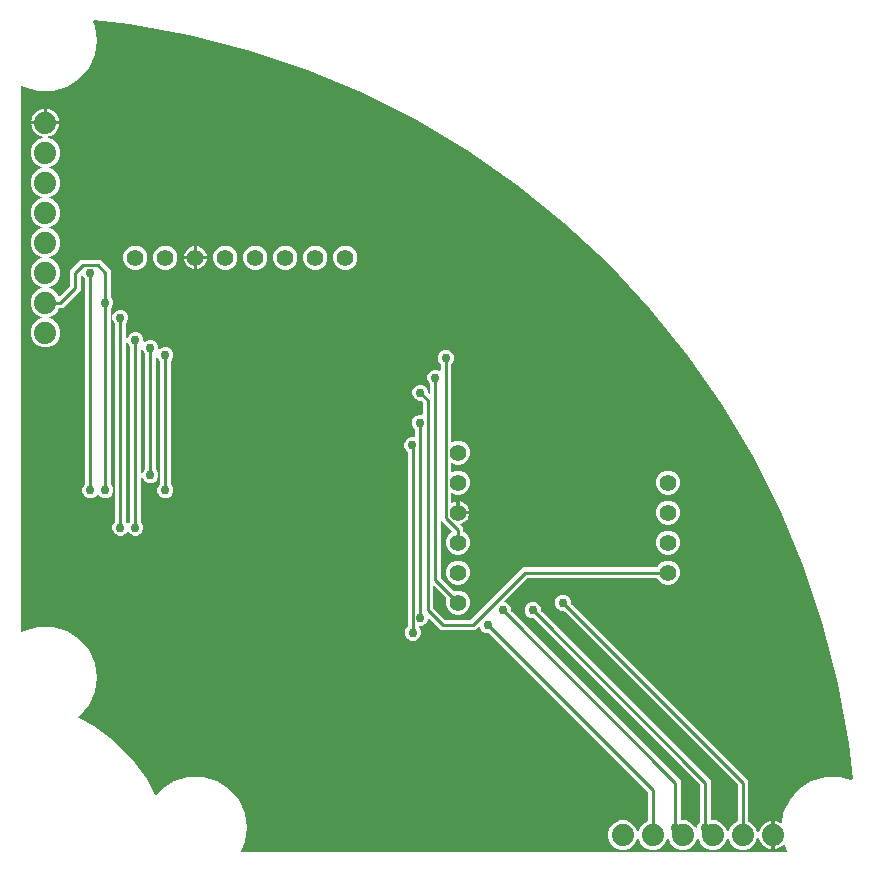
<source format=gbl>
G04 EAGLE Gerber RS-274X export*
G75*
%MOMM*%
%FSLAX34Y34*%
%LPD*%
%INBottom Copper*%
%IPPOS*%
%AMOC8*
5,1,8,0,0,1.08239X$1,22.5*%
G01*
%ADD10C,1.422400*%
%ADD11C,1.879600*%
%ADD12C,0.756400*%
%ADD13C,0.254000*%

G36*
X659977Y17661D02*
X659977Y17661D01*
X660037Y17661D01*
X660098Y17681D01*
X660161Y17692D01*
X660214Y17719D01*
X660270Y17738D01*
X660322Y17777D01*
X660379Y17807D01*
X660420Y17850D01*
X660467Y17885D01*
X660504Y17938D01*
X660548Y17985D01*
X660573Y18039D01*
X660607Y18088D01*
X660625Y18150D01*
X660652Y18208D01*
X660658Y18267D01*
X660675Y18324D01*
X660672Y18389D01*
X660679Y18453D01*
X660666Y18511D01*
X660663Y18570D01*
X660633Y18661D01*
X660627Y18693D01*
X660619Y18706D01*
X660611Y18729D01*
X658306Y23778D01*
X658287Y23805D01*
X658276Y23835D01*
X658219Y23906D01*
X658169Y23982D01*
X658143Y24002D01*
X658123Y24027D01*
X658046Y24076D01*
X657974Y24132D01*
X657943Y24142D01*
X657916Y24160D01*
X657827Y24182D01*
X657741Y24212D01*
X657709Y24212D01*
X657677Y24220D01*
X657586Y24213D01*
X657495Y24213D01*
X657464Y24203D01*
X657432Y24201D01*
X657348Y24165D01*
X657261Y24136D01*
X657235Y24117D01*
X657206Y24104D01*
X657075Y24000D01*
X656100Y23025D01*
X654579Y21920D01*
X652905Y21067D01*
X651118Y20486D01*
X649846Y20285D01*
X649846Y31369D01*
X649843Y31383D01*
X649844Y31394D01*
X649843Y31399D01*
X649844Y31408D01*
X649822Y31510D01*
X649806Y31612D01*
X649796Y31629D01*
X649792Y31649D01*
X649739Y31738D01*
X649691Y31829D01*
X649676Y31843D01*
X649666Y31860D01*
X649587Y31927D01*
X649512Y31998D01*
X649494Y32007D01*
X649479Y32020D01*
X649383Y32059D01*
X649289Y32102D01*
X649270Y32104D01*
X649251Y32112D01*
X649084Y32130D01*
X647560Y32130D01*
X647541Y32127D01*
X647521Y32129D01*
X647420Y32107D01*
X647318Y32090D01*
X647300Y32081D01*
X647281Y32077D01*
X647191Y32024D01*
X647100Y31975D01*
X647087Y31961D01*
X647069Y31951D01*
X647002Y31872D01*
X646931Y31797D01*
X646922Y31779D01*
X646909Y31764D01*
X646871Y31668D01*
X646827Y31574D01*
X646825Y31554D01*
X646818Y31536D01*
X646799Y31369D01*
X646799Y20285D01*
X645527Y20486D01*
X643739Y21067D01*
X642065Y21920D01*
X640545Y23025D01*
X639216Y24353D01*
X638111Y25874D01*
X637258Y27548D01*
X636682Y29323D01*
X636674Y29338D01*
X636671Y29350D01*
X636644Y29397D01*
X636635Y29413D01*
X636594Y29505D01*
X636579Y29521D01*
X636569Y29541D01*
X636496Y29612D01*
X636428Y29686D01*
X636408Y29697D01*
X636392Y29712D01*
X636301Y29756D01*
X636212Y29805D01*
X636190Y29809D01*
X636170Y29818D01*
X636070Y29830D01*
X635970Y29848D01*
X635948Y29845D01*
X635926Y29848D01*
X635827Y29827D01*
X635727Y29813D01*
X635707Y29803D01*
X635685Y29798D01*
X635598Y29747D01*
X635508Y29701D01*
X635492Y29685D01*
X635473Y29674D01*
X635406Y29598D01*
X635335Y29526D01*
X635322Y29501D01*
X635311Y29489D01*
X635299Y29459D01*
X635254Y29379D01*
X633474Y25081D01*
X629973Y21579D01*
X625398Y19684D01*
X620447Y19684D01*
X615872Y21579D01*
X612370Y25081D01*
X610926Y28569D01*
X610888Y28630D01*
X610859Y28695D01*
X610823Y28734D01*
X610796Y28778D01*
X610741Y28824D01*
X610692Y28876D01*
X610647Y28901D01*
X610606Y28935D01*
X610540Y28960D01*
X610477Y28995D01*
X610425Y29004D01*
X610377Y29023D01*
X610305Y29026D01*
X610235Y29039D01*
X610183Y29031D01*
X610131Y29033D01*
X610062Y29013D01*
X609991Y29003D01*
X609945Y28979D01*
X609895Y28965D01*
X609836Y28924D01*
X609772Y28891D01*
X609736Y28854D01*
X609693Y28824D01*
X609650Y28767D01*
X609600Y28716D01*
X609565Y28653D01*
X609546Y28627D01*
X609539Y28605D01*
X609519Y28569D01*
X608074Y25081D01*
X604573Y21579D01*
X599998Y19684D01*
X595047Y19684D01*
X590472Y21579D01*
X586970Y25081D01*
X585526Y28569D01*
X585488Y28630D01*
X585459Y28695D01*
X585423Y28734D01*
X585396Y28778D01*
X585341Y28824D01*
X585292Y28876D01*
X585247Y28901D01*
X585206Y28935D01*
X585140Y28960D01*
X585077Y28995D01*
X585025Y29004D01*
X584977Y29023D01*
X584905Y29026D01*
X584835Y29039D01*
X584783Y29031D01*
X584731Y29033D01*
X584662Y29013D01*
X584591Y29003D01*
X584545Y28979D01*
X584495Y28965D01*
X584436Y28924D01*
X584372Y28891D01*
X584336Y28854D01*
X584293Y28824D01*
X584250Y28767D01*
X584200Y28716D01*
X584165Y28653D01*
X584146Y28627D01*
X584139Y28605D01*
X584119Y28569D01*
X582674Y25081D01*
X579173Y21579D01*
X574598Y19684D01*
X569647Y19684D01*
X565072Y21579D01*
X561570Y25081D01*
X560126Y28569D01*
X560088Y28630D01*
X560059Y28695D01*
X560023Y28734D01*
X559996Y28778D01*
X559941Y28824D01*
X559892Y28876D01*
X559847Y28901D01*
X559806Y28935D01*
X559740Y28960D01*
X559677Y28995D01*
X559625Y29004D01*
X559577Y29023D01*
X559505Y29026D01*
X559435Y29039D01*
X559383Y29031D01*
X559331Y29033D01*
X559262Y29013D01*
X559191Y29003D01*
X559145Y28979D01*
X559095Y28965D01*
X559036Y28924D01*
X558972Y28891D01*
X558936Y28854D01*
X558893Y28824D01*
X558850Y28767D01*
X558800Y28716D01*
X558765Y28653D01*
X558746Y28627D01*
X558739Y28605D01*
X558719Y28569D01*
X557274Y25081D01*
X553773Y21579D01*
X549198Y19684D01*
X544247Y19684D01*
X539672Y21579D01*
X536170Y25081D01*
X534726Y28569D01*
X534688Y28630D01*
X534659Y28695D01*
X534623Y28734D01*
X534596Y28778D01*
X534541Y28824D01*
X534492Y28876D01*
X534447Y28901D01*
X534406Y28935D01*
X534340Y28960D01*
X534277Y28995D01*
X534225Y29004D01*
X534177Y29023D01*
X534105Y29026D01*
X534035Y29039D01*
X533983Y29031D01*
X533931Y29033D01*
X533862Y29013D01*
X533791Y29003D01*
X533745Y28979D01*
X533695Y28965D01*
X533636Y28924D01*
X533572Y28891D01*
X533536Y28854D01*
X533493Y28824D01*
X533450Y28767D01*
X533400Y28716D01*
X533365Y28653D01*
X533346Y28627D01*
X533339Y28605D01*
X533319Y28569D01*
X531874Y25081D01*
X528373Y21579D01*
X523798Y19684D01*
X518847Y19684D01*
X514272Y21579D01*
X510770Y25081D01*
X508876Y29655D01*
X508876Y34607D01*
X510770Y39182D01*
X514272Y42683D01*
X518847Y44578D01*
X523798Y44578D01*
X528373Y42683D01*
X531874Y39182D01*
X533319Y35693D01*
X533357Y35632D01*
X533386Y35567D01*
X533421Y35529D01*
X533449Y35484D01*
X533504Y35439D01*
X533552Y35386D01*
X533598Y35361D01*
X533638Y35327D01*
X533705Y35302D01*
X533768Y35267D01*
X533819Y35258D01*
X533868Y35239D01*
X533939Y35236D01*
X534010Y35224D01*
X534061Y35231D01*
X534113Y35229D01*
X534182Y35249D01*
X534253Y35259D01*
X534300Y35283D01*
X534350Y35297D01*
X534409Y35338D01*
X534472Y35371D01*
X534509Y35408D01*
X534552Y35438D01*
X534595Y35495D01*
X534645Y35546D01*
X534679Y35609D01*
X534699Y35635D01*
X534706Y35657D01*
X534726Y35693D01*
X536170Y39182D01*
X539672Y42683D01*
X541934Y43620D01*
X542034Y43682D01*
X542133Y43741D01*
X542137Y43746D01*
X542143Y43749D01*
X542218Y43840D01*
X542293Y43928D01*
X542296Y43934D01*
X542300Y43939D01*
X542341Y44047D01*
X542385Y44156D01*
X542386Y44164D01*
X542388Y44168D01*
X542388Y44187D01*
X542404Y44323D01*
X542404Y68127D01*
X542389Y68217D01*
X542382Y68308D01*
X542369Y68338D01*
X542364Y68370D01*
X542321Y68450D01*
X542285Y68534D01*
X542260Y68566D01*
X542249Y68587D01*
X542225Y68609D01*
X542181Y68665D01*
X407968Y202877D01*
X407894Y202930D01*
X407825Y202990D01*
X407795Y203002D01*
X407769Y203021D01*
X407682Y203048D01*
X407597Y203082D01*
X407556Y203086D01*
X407534Y203093D01*
X407501Y203092D01*
X407430Y203100D01*
X405664Y203100D01*
X403153Y204140D01*
X401232Y206062D01*
X400299Y208312D01*
X400275Y208351D01*
X400259Y208394D01*
X400211Y208455D01*
X400170Y208521D01*
X400134Y208550D01*
X400106Y208586D01*
X400040Y208628D01*
X399980Y208678D01*
X399938Y208694D01*
X399899Y208719D01*
X399823Y208738D01*
X399751Y208766D01*
X399705Y208768D01*
X399660Y208779D01*
X399583Y208773D01*
X399505Y208776D01*
X399461Y208764D01*
X399415Y208760D01*
X399344Y208730D01*
X399269Y208708D01*
X399231Y208682D01*
X399189Y208664D01*
X399082Y208578D01*
X399067Y208568D01*
X399064Y208564D01*
X399058Y208559D01*
X396111Y205612D01*
X367133Y205612D01*
X364381Y208365D01*
X357837Y214909D01*
X357800Y214936D01*
X357768Y214970D01*
X357700Y215007D01*
X357637Y215053D01*
X357593Y215066D01*
X357553Y215088D01*
X357476Y215102D01*
X357402Y215125D01*
X357356Y215124D01*
X357311Y215132D01*
X357234Y215121D01*
X357156Y215119D01*
X357113Y215103D01*
X357068Y215096D01*
X356998Y215061D01*
X356925Y215034D01*
X356889Y215005D01*
X356848Y214985D01*
X356794Y214929D01*
X356733Y214880D01*
X356708Y214842D01*
X356676Y214809D01*
X356610Y214689D01*
X356600Y214673D01*
X356599Y214669D01*
X356595Y214662D01*
X355663Y212412D01*
X353742Y210490D01*
X351231Y209450D01*
X349151Y209450D01*
X349080Y209439D01*
X349009Y209437D01*
X348960Y209419D01*
X348908Y209411D01*
X348845Y209377D01*
X348778Y209352D01*
X348737Y209320D01*
X348691Y209296D01*
X348641Y209244D01*
X348585Y209199D01*
X348557Y209155D01*
X348521Y209117D01*
X348491Y209052D01*
X348452Y208992D01*
X348440Y208941D01*
X348418Y208894D01*
X348410Y208823D01*
X348392Y208753D01*
X348396Y208701D01*
X348391Y208650D01*
X348406Y208579D01*
X348412Y208508D01*
X348432Y208460D01*
X348443Y208409D01*
X348480Y208348D01*
X348508Y208282D01*
X348553Y208226D01*
X348569Y208198D01*
X348587Y208183D01*
X348613Y208151D01*
X349313Y207450D01*
X350353Y204940D01*
X350353Y202222D01*
X349313Y199712D01*
X347392Y197790D01*
X344881Y196750D01*
X342164Y196750D01*
X339653Y197790D01*
X337732Y199712D01*
X336692Y202222D01*
X336692Y204940D01*
X337732Y207450D01*
X338981Y208699D01*
X339034Y208773D01*
X339093Y208843D01*
X339105Y208873D01*
X339124Y208899D01*
X339151Y208986D01*
X339185Y209071D01*
X339190Y209112D01*
X339197Y209134D01*
X339196Y209166D01*
X339204Y209238D01*
X339204Y211227D01*
X339189Y211317D01*
X339182Y211408D01*
X339169Y211438D01*
X339164Y211470D01*
X339121Y211550D01*
X339085Y211634D01*
X339060Y211666D01*
X339049Y211687D01*
X339025Y211709D01*
X338981Y211765D01*
X338978Y211768D01*
X338978Y356448D01*
X338963Y356538D01*
X338956Y356629D01*
X338943Y356659D01*
X338938Y356691D01*
X338895Y356772D01*
X338859Y356856D01*
X338834Y356888D01*
X338823Y356909D01*
X338799Y356931D01*
X338755Y356987D01*
X337280Y358462D01*
X336240Y360972D01*
X336240Y363690D01*
X337280Y366200D01*
X339201Y368122D01*
X341712Y369162D01*
X344566Y369162D01*
X344586Y369165D01*
X344606Y369163D01*
X344707Y369185D01*
X344809Y369202D01*
X344827Y369211D01*
X344846Y369215D01*
X344935Y369268D01*
X345026Y369317D01*
X345040Y369331D01*
X345057Y369341D01*
X345125Y369420D01*
X345196Y369495D01*
X345204Y369513D01*
X345217Y369528D01*
X345256Y369624D01*
X345299Y369718D01*
X345302Y369738D01*
X345309Y369756D01*
X345328Y369923D01*
X345328Y375724D01*
X345313Y375814D01*
X345306Y375905D01*
X345293Y375935D01*
X345288Y375967D01*
X345245Y376048D01*
X345209Y376132D01*
X345184Y376164D01*
X345173Y376184D01*
X345149Y376207D01*
X345105Y376263D01*
X343856Y377512D01*
X342816Y380022D01*
X342816Y382740D01*
X343856Y385250D01*
X345777Y387172D01*
X348288Y388212D01*
X351142Y388212D01*
X351162Y388215D01*
X351182Y388213D01*
X351283Y388235D01*
X351385Y388252D01*
X351403Y388261D01*
X351422Y388265D01*
X351511Y388318D01*
X351602Y388367D01*
X351616Y388381D01*
X351633Y388391D01*
X351701Y388470D01*
X351772Y388545D01*
X351780Y388563D01*
X351793Y388578D01*
X351832Y388674D01*
X351875Y388768D01*
X351878Y388788D01*
X351885Y388806D01*
X351904Y388973D01*
X351904Y398327D01*
X351889Y398417D01*
X351882Y398508D01*
X351869Y398538D01*
X351864Y398570D01*
X351821Y398650D01*
X351785Y398734D01*
X351760Y398766D01*
X351749Y398787D01*
X351725Y398809D01*
X351681Y398865D01*
X350818Y399727D01*
X350744Y399781D01*
X350675Y399840D01*
X350645Y399852D01*
X350619Y399871D01*
X350532Y399898D01*
X350447Y399932D01*
X350406Y399936D01*
X350384Y399943D01*
X350351Y399942D01*
X350280Y399950D01*
X348514Y399950D01*
X346003Y400990D01*
X344082Y402912D01*
X343042Y405422D01*
X343042Y408140D01*
X344082Y410650D01*
X346003Y412572D01*
X348514Y413612D01*
X351231Y413612D01*
X353742Y412572D01*
X355663Y410650D01*
X356703Y408140D01*
X356703Y406373D01*
X356718Y406283D01*
X356725Y406192D01*
X356738Y406162D01*
X356743Y406130D01*
X356786Y406050D01*
X356821Y405966D01*
X356847Y405934D01*
X356858Y405913D01*
X356881Y405891D01*
X356926Y405835D01*
X356954Y405807D01*
X357012Y405765D01*
X357064Y405716D01*
X357112Y405694D01*
X357154Y405663D01*
X357222Y405642D01*
X357287Y405612D01*
X357339Y405606D01*
X357389Y405591D01*
X357461Y405593D01*
X357532Y405585D01*
X357583Y405596D01*
X357635Y405597D01*
X357702Y405622D01*
X357772Y405637D01*
X357817Y405664D01*
X357866Y405682D01*
X357922Y405727D01*
X357983Y405763D01*
X358017Y405803D01*
X358058Y405836D01*
X358097Y405896D01*
X358143Y405950D01*
X358163Y405999D01*
X358191Y406042D01*
X358208Y406112D01*
X358235Y406178D01*
X358243Y406250D01*
X358251Y406281D01*
X358249Y406304D01*
X358254Y406345D01*
X358254Y413824D01*
X358239Y413914D01*
X358232Y414005D01*
X358219Y414035D01*
X358214Y414067D01*
X358171Y414148D01*
X358135Y414232D01*
X358110Y414264D01*
X358099Y414285D01*
X358075Y414307D01*
X358031Y414363D01*
X356782Y415612D01*
X355742Y418122D01*
X355742Y420840D01*
X356782Y423350D01*
X358703Y425272D01*
X361214Y426312D01*
X363931Y426312D01*
X366091Y425417D01*
X366136Y425407D01*
X366177Y425387D01*
X366255Y425379D01*
X366330Y425361D01*
X366376Y425365D01*
X366422Y425360D01*
X366498Y425377D01*
X366575Y425384D01*
X366617Y425403D01*
X366662Y425412D01*
X366729Y425452D01*
X366800Y425484D01*
X366834Y425515D01*
X366873Y425539D01*
X366924Y425598D01*
X366981Y425650D01*
X367003Y425691D01*
X367033Y425726D01*
X367062Y425798D01*
X367100Y425866D01*
X367108Y425911D01*
X367125Y425954D01*
X367140Y426090D01*
X367143Y426108D01*
X367143Y426113D01*
X367144Y426120D01*
X367144Y430334D01*
X367129Y430424D01*
X367122Y430515D01*
X367109Y430545D01*
X367104Y430577D01*
X367061Y430658D01*
X367025Y430742D01*
X367000Y430774D01*
X366989Y430794D01*
X366965Y430817D01*
X366921Y430873D01*
X365672Y432122D01*
X364632Y434632D01*
X364632Y437350D01*
X365672Y439860D01*
X367593Y441782D01*
X370104Y442822D01*
X372821Y442822D01*
X375332Y441782D01*
X377253Y439860D01*
X378293Y437350D01*
X378293Y434632D01*
X377253Y432122D01*
X376004Y430873D01*
X375951Y430799D01*
X375891Y430729D01*
X375879Y430699D01*
X375860Y430673D01*
X375834Y430586D01*
X375800Y430501D01*
X375795Y430460D01*
X375788Y430438D01*
X375789Y430406D01*
X375781Y430334D01*
X375781Y365699D01*
X375788Y365653D01*
X375787Y365608D01*
X375808Y365533D01*
X375821Y365456D01*
X375842Y365415D01*
X375855Y365371D01*
X375899Y365307D01*
X375936Y365239D01*
X375969Y365207D01*
X375995Y365169D01*
X376058Y365123D01*
X376114Y365069D01*
X376156Y365050D01*
X376193Y365022D01*
X376267Y364998D01*
X376337Y364966D01*
X376383Y364961D01*
X376427Y364946D01*
X376504Y364947D01*
X376582Y364938D01*
X376627Y364948D01*
X376673Y364949D01*
X376804Y364987D01*
X376822Y364991D01*
X376826Y364993D01*
X376834Y364995D01*
X379601Y366142D01*
X383643Y366142D01*
X387378Y364595D01*
X390236Y361737D01*
X391783Y358002D01*
X391783Y353960D01*
X390236Y350225D01*
X387378Y347367D01*
X383643Y345820D01*
X379601Y345820D01*
X376834Y346967D01*
X376789Y346977D01*
X376747Y346997D01*
X376670Y347005D01*
X376594Y347023D01*
X376548Y347019D01*
X376503Y347024D01*
X376427Y347007D01*
X376349Y347000D01*
X376307Y346981D01*
X376262Y346971D01*
X376196Y346931D01*
X376125Y346900D01*
X376091Y346869D01*
X376051Y346845D01*
X376001Y346786D01*
X375943Y346733D01*
X375921Y346693D01*
X375891Y346658D01*
X375862Y346586D01*
X375825Y346518D01*
X375817Y346473D01*
X375800Y346430D01*
X375784Y346294D01*
X375781Y346276D01*
X375782Y346271D01*
X375781Y346263D01*
X375781Y340299D01*
X375788Y340253D01*
X375787Y340208D01*
X375808Y340133D01*
X375821Y340056D01*
X375842Y340015D01*
X375855Y339971D01*
X375899Y339907D01*
X375936Y339839D01*
X375969Y339807D01*
X375995Y339769D01*
X376058Y339723D01*
X376114Y339669D01*
X376156Y339650D01*
X376193Y339622D01*
X376267Y339598D01*
X376337Y339566D01*
X376383Y339561D01*
X376427Y339546D01*
X376504Y339547D01*
X376582Y339538D01*
X376627Y339548D01*
X376673Y339549D01*
X376804Y339587D01*
X376822Y339591D01*
X376826Y339593D01*
X376834Y339595D01*
X379601Y340742D01*
X383643Y340742D01*
X387378Y339195D01*
X390236Y336337D01*
X391783Y332602D01*
X391783Y328560D01*
X390236Y324825D01*
X387378Y321967D01*
X383643Y320420D01*
X379601Y320420D01*
X376834Y321567D01*
X376789Y321577D01*
X376747Y321597D01*
X376670Y321605D01*
X376594Y321623D01*
X376548Y321619D01*
X376503Y321624D01*
X376427Y321607D01*
X376349Y321600D01*
X376307Y321581D01*
X376262Y321571D01*
X376196Y321531D01*
X376125Y321500D01*
X376091Y321469D01*
X376051Y321445D01*
X376001Y321386D01*
X375943Y321333D01*
X375921Y321293D01*
X375891Y321258D01*
X375862Y321186D01*
X375825Y321118D01*
X375817Y321073D01*
X375800Y321030D01*
X375784Y320894D01*
X375781Y320876D01*
X375782Y320871D01*
X375781Y320863D01*
X375781Y314281D01*
X375793Y314206D01*
X375796Y314130D01*
X375813Y314085D01*
X375821Y314038D01*
X375856Y313971D01*
X375883Y313900D01*
X375913Y313863D01*
X375936Y313820D01*
X375991Y313768D01*
X376039Y313710D01*
X376079Y313684D01*
X376114Y313651D01*
X376183Y313619D01*
X376247Y313579D01*
X376294Y313568D01*
X376337Y313547D01*
X376412Y313539D01*
X376486Y313521D01*
X376534Y313526D01*
X376582Y313520D01*
X376656Y313536D01*
X376731Y313543D01*
X376792Y313566D01*
X376822Y313573D01*
X376844Y313586D01*
X376888Y313602D01*
X377917Y314127D01*
X379362Y314596D01*
X380099Y314713D01*
X380099Y305943D01*
X380102Y305924D01*
X380100Y305904D01*
X380122Y305802D01*
X380139Y305700D01*
X380148Y305683D01*
X380152Y305663D01*
X380206Y305574D01*
X380254Y305483D01*
X380268Y305469D01*
X380279Y305452D01*
X380357Y305385D01*
X380432Y305314D01*
X380450Y305305D01*
X380465Y305292D01*
X380562Y305254D01*
X380655Y305210D01*
X380675Y305208D01*
X380694Y305200D01*
X380860Y305182D01*
X381623Y305182D01*
X381623Y304419D01*
X381626Y304399D01*
X381624Y304380D01*
X381646Y304278D01*
X381663Y304176D01*
X381672Y304159D01*
X381676Y304139D01*
X381730Y304050D01*
X381778Y303959D01*
X381792Y303945D01*
X381803Y303928D01*
X381881Y303861D01*
X381956Y303790D01*
X381974Y303781D01*
X381990Y303768D01*
X382086Y303729D01*
X382179Y303686D01*
X382199Y303684D01*
X382218Y303676D01*
X382384Y303658D01*
X391154Y303658D01*
X391037Y302921D01*
X390568Y301476D01*
X389878Y300122D01*
X388985Y298893D01*
X387911Y297818D01*
X386681Y296925D01*
X385328Y296236D01*
X384229Y295879D01*
X384162Y295844D01*
X384091Y295818D01*
X384053Y295788D01*
X384011Y295766D01*
X383958Y295712D01*
X383899Y295664D01*
X383873Y295624D01*
X383839Y295589D01*
X383807Y295521D01*
X383766Y295457D01*
X383754Y295411D01*
X383733Y295367D01*
X383724Y295292D01*
X383706Y295219D01*
X383710Y295171D01*
X383704Y295123D01*
X383719Y295049D01*
X383725Y294974D01*
X383744Y294929D01*
X383754Y294882D01*
X383792Y294817D01*
X383821Y294747D01*
X383862Y294697D01*
X383878Y294670D01*
X383897Y294653D01*
X383926Y294616D01*
X385941Y292602D01*
X385941Y289499D01*
X385960Y289384D01*
X385977Y289268D01*
X385980Y289262D01*
X385981Y289256D01*
X386035Y289153D01*
X386088Y289049D01*
X386093Y289044D01*
X386096Y289039D01*
X386180Y288959D01*
X386264Y288876D01*
X386271Y288873D01*
X386274Y288869D01*
X386291Y288861D01*
X386411Y288795D01*
X387378Y288395D01*
X390236Y285537D01*
X391783Y281802D01*
X391783Y277760D01*
X390236Y274025D01*
X387378Y271167D01*
X383643Y269620D01*
X379601Y269620D01*
X375867Y271167D01*
X373008Y274025D01*
X371462Y277760D01*
X371462Y281802D01*
X373008Y285537D01*
X375867Y288395D01*
X376275Y288564D01*
X376314Y288588D01*
X376357Y288604D01*
X376418Y288653D01*
X376484Y288694D01*
X376513Y288729D01*
X376549Y288758D01*
X376591Y288823D01*
X376641Y288883D01*
X376657Y288926D01*
X376682Y288965D01*
X376701Y289040D01*
X376729Y289113D01*
X376731Y289159D01*
X376742Y289203D01*
X376736Y289281D01*
X376739Y289358D01*
X376726Y289403D01*
X376723Y289448D01*
X376692Y289520D01*
X376671Y289595D01*
X376645Y289632D01*
X376627Y289675D01*
X376541Y289781D01*
X376531Y289797D01*
X376526Y289800D01*
X376522Y289806D01*
X368191Y298137D01*
X368132Y298179D01*
X368080Y298228D01*
X368033Y298250D01*
X367991Y298280D01*
X367922Y298301D01*
X367857Y298332D01*
X367806Y298337D01*
X367756Y298353D01*
X367684Y298351D01*
X367613Y298359D01*
X367562Y298348D01*
X367510Y298346D01*
X367442Y298322D01*
X367372Y298306D01*
X367328Y298280D01*
X367279Y298262D01*
X367223Y298217D01*
X367161Y298180D01*
X367128Y298141D01*
X367087Y298108D01*
X367048Y298048D01*
X367001Y297993D01*
X366982Y297945D01*
X366954Y297901D01*
X366936Y297832D01*
X366910Y297765D01*
X366902Y297694D01*
X366894Y297663D01*
X366896Y297639D01*
X366891Y297598D01*
X366891Y250135D01*
X366906Y250045D01*
X366913Y249954D01*
X366926Y249924D01*
X366931Y249893D01*
X366974Y249812D01*
X367009Y249728D01*
X367035Y249696D01*
X367046Y249675D01*
X367069Y249653D01*
X367114Y249597D01*
X377805Y238906D01*
X377900Y238838D01*
X377993Y238768D01*
X377999Y238766D01*
X378004Y238763D01*
X378116Y238729D01*
X378227Y238692D01*
X378234Y238692D01*
X378240Y238690D01*
X378356Y238693D01*
X378473Y238695D01*
X378480Y238697D01*
X378485Y238697D01*
X378503Y238703D01*
X378634Y238741D01*
X379601Y239142D01*
X383643Y239142D01*
X387378Y237595D01*
X390236Y234737D01*
X391783Y231002D01*
X391783Y226960D01*
X390236Y223225D01*
X387378Y220367D01*
X383643Y218820D01*
X379601Y218820D01*
X375867Y220367D01*
X373008Y223225D01*
X371462Y226960D01*
X371462Y231002D01*
X371862Y231969D01*
X371889Y232083D01*
X371917Y232196D01*
X371917Y232202D01*
X371918Y232209D01*
X371907Y232325D01*
X371898Y232441D01*
X371896Y232447D01*
X371895Y232453D01*
X371847Y232561D01*
X371802Y232668D01*
X371797Y232674D01*
X371795Y232678D01*
X371782Y232692D01*
X371697Y232799D01*
X361841Y242655D01*
X361782Y242697D01*
X361730Y242746D01*
X361683Y242768D01*
X361641Y242799D01*
X361572Y242820D01*
X361507Y242850D01*
X361456Y242856D01*
X361406Y242871D01*
X361334Y242869D01*
X361263Y242877D01*
X361212Y242866D01*
X361160Y242865D01*
X361093Y242840D01*
X361022Y242825D01*
X360978Y242798D01*
X360929Y242780D01*
X360873Y242735D01*
X360811Y242699D01*
X360778Y242659D01*
X360737Y242627D01*
X360698Y242566D01*
X360651Y242512D01*
X360632Y242463D01*
X360604Y242420D01*
X360586Y242350D01*
X360560Y242284D01*
X360552Y242212D01*
X360544Y242181D01*
X360546Y242158D01*
X360541Y242117D01*
X360541Y224735D01*
X360556Y224645D01*
X360563Y224554D01*
X360576Y224524D01*
X360581Y224492D01*
X360624Y224412D01*
X360659Y224328D01*
X360685Y224296D01*
X360696Y224275D01*
X360719Y224253D01*
X360741Y224225D01*
X360744Y224221D01*
X360747Y224218D01*
X360764Y224197D01*
X370488Y214473D01*
X370562Y214420D01*
X370632Y214360D01*
X370662Y214348D01*
X370688Y214329D01*
X370775Y214302D01*
X370860Y214268D01*
X370901Y214264D01*
X370923Y214257D01*
X370955Y214258D01*
X371027Y214250D01*
X392218Y214250D01*
X392308Y214265D01*
X392399Y214272D01*
X392429Y214284D01*
X392461Y214290D01*
X392542Y214332D01*
X392625Y214368D01*
X392658Y214394D01*
X392678Y214405D01*
X392700Y214428D01*
X392756Y214473D01*
X436983Y258700D01*
X549705Y258700D01*
X549819Y258719D01*
X549936Y258736D01*
X549941Y258739D01*
X549947Y258740D01*
X550050Y258794D01*
X550155Y258847D01*
X550159Y258852D01*
X550165Y258855D01*
X550245Y258939D01*
X550327Y259023D01*
X550331Y259029D01*
X550334Y259033D01*
X550342Y259050D01*
X550408Y259170D01*
X550808Y260137D01*
X553667Y262995D01*
X557401Y264542D01*
X561443Y264542D01*
X565178Y262995D01*
X568036Y260137D01*
X569583Y256402D01*
X569583Y252360D01*
X568036Y248625D01*
X565178Y245767D01*
X561443Y244220D01*
X557401Y244220D01*
X553667Y245767D01*
X550808Y248625D01*
X550408Y249592D01*
X550346Y249692D01*
X550286Y249792D01*
X550282Y249796D01*
X550278Y249801D01*
X550189Y249876D01*
X550100Y249952D01*
X550094Y249954D01*
X550089Y249958D01*
X549981Y250000D01*
X549871Y250044D01*
X549864Y250045D01*
X549859Y250046D01*
X549841Y250047D01*
X549705Y250062D01*
X440877Y250062D01*
X440786Y250048D01*
X440696Y250040D01*
X440666Y250028D01*
X440634Y250023D01*
X440553Y249980D01*
X440469Y249944D01*
X440437Y249918D01*
X440416Y249908D01*
X440394Y249884D01*
X440338Y249839D01*
X421094Y230596D01*
X421068Y230558D01*
X421034Y230527D01*
X420996Y230459D01*
X420951Y230396D01*
X420937Y230352D01*
X420915Y230312D01*
X420901Y230235D01*
X420878Y230161D01*
X420880Y230115D01*
X420872Y230070D01*
X420883Y229993D01*
X420885Y229915D01*
X420901Y229872D01*
X420907Y229826D01*
X420943Y229757D01*
X420969Y229684D01*
X420998Y229648D01*
X421019Y229607D01*
X421074Y229553D01*
X421123Y229492D01*
X421162Y229467D01*
X421194Y229435D01*
X421314Y229369D01*
X421330Y229359D01*
X421335Y229358D01*
X421341Y229354D01*
X423592Y228422D01*
X425513Y226500D01*
X426553Y223990D01*
X426553Y222223D01*
X426568Y222133D01*
X426575Y222042D01*
X426588Y222012D01*
X426593Y221981D01*
X426636Y221900D01*
X426671Y221816D01*
X426697Y221784D01*
X426708Y221763D01*
X426731Y221741D01*
X426776Y221685D01*
X570091Y78370D01*
X570091Y45339D01*
X570094Y45319D01*
X570092Y45300D01*
X570114Y45198D01*
X570131Y45096D01*
X570140Y45079D01*
X570144Y45059D01*
X570198Y44970D01*
X570246Y44879D01*
X570260Y44865D01*
X570271Y44848D01*
X570349Y44781D01*
X570424Y44710D01*
X570442Y44701D01*
X570457Y44688D01*
X570554Y44649D01*
X570647Y44606D01*
X570667Y44604D01*
X570686Y44596D01*
X570852Y44578D01*
X574598Y44578D01*
X579173Y42683D01*
X582674Y39182D01*
X582877Y38692D01*
X582928Y38609D01*
X582974Y38523D01*
X582993Y38505D01*
X583007Y38483D01*
X583082Y38421D01*
X583152Y38354D01*
X583176Y38343D01*
X583196Y38326D01*
X583287Y38291D01*
X583375Y38250D01*
X583401Y38247D01*
X583426Y38238D01*
X583523Y38234D01*
X583620Y38223D01*
X583645Y38228D01*
X583671Y38227D01*
X583765Y38254D01*
X583860Y38275D01*
X583883Y38289D01*
X583908Y38296D01*
X583988Y38351D01*
X584071Y38401D01*
X584088Y38421D01*
X584110Y38436D01*
X584168Y38514D01*
X584231Y38588D01*
X584241Y38613D01*
X584257Y38633D01*
X584287Y38726D01*
X584323Y38816D01*
X584327Y38849D01*
X584333Y38867D01*
X584332Y38900D01*
X584342Y38983D01*
X584342Y39840D01*
X585382Y42350D01*
X586631Y43599D01*
X586684Y43673D01*
X586743Y43743D01*
X586755Y43773D01*
X586774Y43799D01*
X586801Y43886D01*
X586835Y43971D01*
X586840Y44012D01*
X586847Y44034D01*
X586846Y44066D01*
X586854Y44138D01*
X586854Y74477D01*
X586839Y74567D01*
X586832Y74658D01*
X586819Y74688D01*
X586814Y74720D01*
X586771Y74800D01*
X586735Y74884D01*
X586710Y74916D01*
X586699Y74937D01*
X586675Y74959D01*
X586631Y75015D01*
X446068Y215577D01*
X445994Y215630D01*
X445925Y215690D01*
X445895Y215702D01*
X445869Y215721D01*
X445782Y215748D01*
X445697Y215782D01*
X445656Y215786D01*
X445634Y215793D01*
X445601Y215792D01*
X445530Y215800D01*
X443764Y215800D01*
X441253Y216840D01*
X439332Y218762D01*
X438292Y221272D01*
X438292Y223990D01*
X439332Y226500D01*
X441253Y228422D01*
X443764Y229462D01*
X446481Y229462D01*
X448992Y228422D01*
X450913Y226500D01*
X451953Y223990D01*
X451953Y222223D01*
X451968Y222133D01*
X451975Y222042D01*
X451988Y222012D01*
X451993Y221981D01*
X452036Y221900D01*
X452071Y221816D01*
X452097Y221784D01*
X452108Y221763D01*
X452131Y221741D01*
X452176Y221685D01*
X595491Y78370D01*
X595491Y45339D01*
X595494Y45319D01*
X595492Y45300D01*
X595514Y45198D01*
X595531Y45096D01*
X595540Y45079D01*
X595544Y45059D01*
X595598Y44970D01*
X595646Y44879D01*
X595660Y44865D01*
X595671Y44848D01*
X595749Y44781D01*
X595824Y44710D01*
X595842Y44701D01*
X595857Y44688D01*
X595954Y44649D01*
X596047Y44606D01*
X596067Y44604D01*
X596086Y44596D01*
X596252Y44578D01*
X599998Y44578D01*
X604573Y42683D01*
X608074Y39182D01*
X609519Y35693D01*
X609557Y35632D01*
X609586Y35567D01*
X609621Y35529D01*
X609649Y35484D01*
X609704Y35439D01*
X609752Y35386D01*
X609798Y35361D01*
X609838Y35327D01*
X609905Y35302D01*
X609968Y35267D01*
X610019Y35258D01*
X610068Y35239D01*
X610139Y35236D01*
X610210Y35224D01*
X610261Y35231D01*
X610313Y35229D01*
X610382Y35249D01*
X610453Y35259D01*
X610500Y35283D01*
X610550Y35297D01*
X610609Y35338D01*
X610672Y35371D01*
X610709Y35408D01*
X610752Y35438D01*
X610795Y35495D01*
X610845Y35546D01*
X610879Y35609D01*
X610899Y35635D01*
X610906Y35657D01*
X610926Y35693D01*
X612370Y39182D01*
X615872Y42683D01*
X618134Y43620D01*
X618234Y43682D01*
X618333Y43741D01*
X618337Y43746D01*
X618343Y43749D01*
X618418Y43840D01*
X618493Y43928D01*
X618496Y43934D01*
X618500Y43939D01*
X618541Y44047D01*
X618585Y44156D01*
X618586Y44164D01*
X618588Y44168D01*
X618588Y44187D01*
X618604Y44323D01*
X618604Y74477D01*
X618589Y74567D01*
X618582Y74658D01*
X618569Y74688D01*
X618564Y74720D01*
X618521Y74800D01*
X618485Y74884D01*
X618460Y74916D01*
X618449Y74937D01*
X618425Y74959D01*
X618381Y75015D01*
X471468Y221927D01*
X471394Y221980D01*
X471325Y222040D01*
X471295Y222052D01*
X471269Y222071D01*
X471182Y222098D01*
X471097Y222132D01*
X471056Y222136D01*
X471034Y222143D01*
X471001Y222142D01*
X470930Y222150D01*
X469164Y222150D01*
X466653Y223190D01*
X464732Y225112D01*
X463692Y227622D01*
X463692Y230340D01*
X464732Y232850D01*
X466653Y234772D01*
X469164Y235812D01*
X471881Y235812D01*
X474392Y234772D01*
X476313Y232850D01*
X477353Y230340D01*
X477353Y228573D01*
X477368Y228483D01*
X477375Y228392D01*
X477388Y228362D01*
X477393Y228331D01*
X477436Y228250D01*
X477471Y228166D01*
X477497Y228134D01*
X477508Y228113D01*
X477531Y228091D01*
X477576Y228035D01*
X627241Y78370D01*
X627241Y44323D01*
X627260Y44208D01*
X627277Y44092D01*
X627280Y44087D01*
X627281Y44080D01*
X627335Y43978D01*
X627388Y43873D01*
X627393Y43868D01*
X627396Y43863D01*
X627480Y43783D01*
X627564Y43701D01*
X627571Y43697D01*
X627574Y43694D01*
X627591Y43686D01*
X627711Y43620D01*
X629973Y42683D01*
X633474Y39182D01*
X635254Y34884D01*
X635308Y34797D01*
X635356Y34708D01*
X635372Y34693D01*
X635384Y34674D01*
X635462Y34610D01*
X635536Y34541D01*
X635556Y34532D01*
X635574Y34518D01*
X635668Y34481D01*
X635760Y34440D01*
X635783Y34437D01*
X635803Y34429D01*
X635904Y34425D01*
X636005Y34415D01*
X636027Y34420D01*
X636049Y34419D01*
X636146Y34447D01*
X636245Y34470D01*
X636264Y34481D01*
X636285Y34488D01*
X636368Y34545D01*
X636455Y34598D01*
X636469Y34615D01*
X636487Y34628D01*
X636548Y34709D01*
X636613Y34787D01*
X636624Y34812D01*
X636634Y34825D01*
X636644Y34856D01*
X636682Y34940D01*
X637258Y36714D01*
X638111Y38388D01*
X639216Y39909D01*
X640545Y41237D01*
X642065Y42342D01*
X643739Y43195D01*
X645527Y43776D01*
X646799Y43977D01*
X646799Y32893D01*
X646802Y32874D01*
X646800Y32854D01*
X646822Y32752D01*
X646839Y32650D01*
X646848Y32633D01*
X646852Y32613D01*
X646906Y32524D01*
X646954Y32433D01*
X646968Y32419D01*
X646979Y32402D01*
X647057Y32335D01*
X647132Y32264D01*
X647150Y32255D01*
X647165Y32242D01*
X647262Y32204D01*
X647355Y32160D01*
X647375Y32158D01*
X647394Y32150D01*
X647560Y32132D01*
X649084Y32132D01*
X649104Y32135D01*
X649124Y32133D01*
X649225Y32155D01*
X649327Y32172D01*
X649345Y32181D01*
X649364Y32185D01*
X649453Y32238D01*
X649544Y32287D01*
X649558Y32301D01*
X649575Y32311D01*
X649643Y32390D01*
X649714Y32465D01*
X649722Y32483D01*
X649735Y32498D01*
X649774Y32595D01*
X649817Y32688D01*
X649820Y32708D01*
X649827Y32726D01*
X649846Y32893D01*
X649846Y43977D01*
X651118Y43776D01*
X652905Y43195D01*
X654580Y42342D01*
X654841Y42152D01*
X654867Y42139D01*
X654887Y42122D01*
X654930Y42105D01*
X654981Y42071D01*
X655023Y42061D01*
X655061Y42041D01*
X655101Y42036D01*
X655115Y42030D01*
X655159Y42025D01*
X655220Y42010D01*
X655262Y42013D01*
X655304Y42007D01*
X655384Y42021D01*
X655465Y42027D01*
X655504Y42044D01*
X655546Y42051D01*
X655617Y42091D01*
X655692Y42122D01*
X655724Y42150D01*
X655761Y42171D01*
X655816Y42231D01*
X655877Y42284D01*
X655898Y42321D01*
X655927Y42353D01*
X655960Y42427D01*
X656000Y42497D01*
X656013Y42548D01*
X656023Y42568D01*
X656023Y42571D01*
X656026Y42578D01*
X656028Y42606D01*
X656042Y42659D01*
X657211Y50787D01*
X662376Y62097D01*
X670517Y71493D01*
X680977Y78215D01*
X692906Y81717D01*
X705339Y81717D01*
X714817Y78934D01*
X714862Y78929D01*
X714906Y78914D01*
X714984Y78914D01*
X715061Y78904D01*
X715106Y78913D01*
X715152Y78913D01*
X715226Y78938D01*
X715302Y78953D01*
X715342Y78976D01*
X715385Y78991D01*
X715447Y79038D01*
X715515Y79077D01*
X715545Y79111D01*
X715582Y79139D01*
X715626Y79203D01*
X715677Y79262D01*
X715695Y79304D01*
X715721Y79342D01*
X715742Y79417D01*
X715772Y79488D01*
X715775Y79534D01*
X715788Y79579D01*
X715788Y79715D01*
X715789Y79734D01*
X715788Y79739D01*
X715788Y79746D01*
X712603Y109285D01*
X712598Y109305D01*
X712595Y109339D01*
X703478Y159793D01*
X703471Y159812D01*
X703466Y159846D01*
X690774Y209522D01*
X690766Y209540D01*
X690759Y209574D01*
X674557Y258218D01*
X674548Y258236D01*
X674538Y258269D01*
X654909Y305633D01*
X654898Y305651D01*
X654887Y305683D01*
X631930Y351528D01*
X631918Y351544D01*
X631904Y351575D01*
X605737Y395666D01*
X605724Y395682D01*
X605707Y395712D01*
X576463Y437825D01*
X576449Y437839D01*
X576430Y437868D01*
X544257Y477789D01*
X544242Y477802D01*
X544222Y477830D01*
X509284Y515354D01*
X509268Y515367D01*
X509245Y515393D01*
X471721Y550330D01*
X471704Y550342D01*
X471680Y550366D01*
X431759Y582539D01*
X431742Y582549D01*
X431716Y582571D01*
X389603Y611816D01*
X389585Y611825D01*
X389557Y611845D01*
X345466Y638013D01*
X345448Y638020D01*
X345419Y638039D01*
X299574Y660995D01*
X299555Y661001D01*
X299525Y661018D01*
X252160Y680647D01*
X252140Y680652D01*
X252109Y680666D01*
X203465Y696868D01*
X203445Y696871D01*
X203413Y696883D01*
X153737Y709575D01*
X153717Y709577D01*
X153684Y709587D01*
X103230Y718704D01*
X103210Y718704D01*
X103176Y718712D01*
X73553Y721906D01*
X73453Y721900D01*
X73353Y721901D01*
X73331Y721894D01*
X73307Y721892D01*
X73214Y721855D01*
X73120Y721824D01*
X73101Y721810D01*
X73079Y721801D01*
X73003Y721737D01*
X72923Y721677D01*
X72909Y721657D01*
X72891Y721642D01*
X72840Y721557D01*
X72783Y721474D01*
X72776Y721452D01*
X72764Y721432D01*
X72743Y721334D01*
X72715Y721238D01*
X72716Y721214D01*
X72711Y721191D01*
X72722Y721092D01*
X72726Y720992D01*
X72736Y720964D01*
X72737Y720947D01*
X72751Y720917D01*
X72779Y720833D01*
X74284Y717537D01*
X76053Y705231D01*
X74284Y692925D01*
X69119Y681615D01*
X60977Y672219D01*
X50518Y665498D01*
X38589Y661995D01*
X26156Y661995D01*
X14227Y665497D01*
X12716Y666468D01*
X12612Y666514D01*
X12509Y666561D01*
X12499Y666562D01*
X12490Y666566D01*
X12377Y666576D01*
X12265Y666588D01*
X12255Y666586D01*
X12245Y666587D01*
X12135Y666560D01*
X12024Y666536D01*
X12016Y666531D01*
X12006Y666528D01*
X11911Y666468D01*
X11813Y666410D01*
X11807Y666402D01*
X11798Y666397D01*
X11727Y666309D01*
X11653Y666223D01*
X11650Y666214D01*
X11643Y666206D01*
X11604Y666100D01*
X11562Y665995D01*
X11560Y665983D01*
X11557Y665975D01*
X11557Y665951D01*
X11543Y665828D01*
X11543Y204884D01*
X11561Y204772D01*
X11577Y204660D01*
X11581Y204651D01*
X11583Y204641D01*
X11636Y204541D01*
X11686Y204440D01*
X11693Y204433D01*
X11698Y204424D01*
X11780Y204346D01*
X11860Y204266D01*
X11869Y204262D01*
X11876Y204255D01*
X11979Y204207D01*
X12080Y204157D01*
X12090Y204155D01*
X12099Y204151D01*
X12211Y204139D01*
X12324Y204123D01*
X12334Y204125D01*
X12344Y204124D01*
X12454Y204148D01*
X12566Y204169D01*
X12576Y204174D01*
X12584Y204176D01*
X12605Y204189D01*
X12716Y204244D01*
X14227Y205215D01*
X26156Y208717D01*
X38589Y208717D01*
X50518Y205215D01*
X60977Y198493D01*
X69119Y189097D01*
X74284Y177787D01*
X76053Y165481D01*
X74284Y153175D01*
X69119Y141865D01*
X60977Y132469D01*
X60635Y132249D01*
X60564Y132185D01*
X60489Y132127D01*
X60473Y132103D01*
X60452Y132084D01*
X60405Y132001D01*
X60353Y131922D01*
X60345Y131895D01*
X60331Y131870D01*
X60313Y131776D01*
X60289Y131685D01*
X60290Y131656D01*
X60285Y131628D01*
X60298Y131534D01*
X60304Y131439D01*
X60315Y131413D01*
X60319Y131385D01*
X60361Y131300D01*
X60397Y131211D01*
X60415Y131190D01*
X60428Y131164D01*
X60495Y131097D01*
X60557Y131025D01*
X60587Y131005D01*
X60602Y130991D01*
X60631Y130976D01*
X60697Y130932D01*
X73359Y124397D01*
X90599Y111804D01*
X105695Y96708D01*
X118289Y79468D01*
X125011Y66443D01*
X125035Y66410D01*
X125052Y66372D01*
X125108Y66312D01*
X125157Y66246D01*
X125191Y66222D01*
X125219Y66192D01*
X125291Y66152D01*
X125359Y66105D01*
X125399Y66094D01*
X125435Y66074D01*
X125516Y66060D01*
X125595Y66037D01*
X125637Y66038D01*
X125677Y66031D01*
X125759Y66043D01*
X125841Y66047D01*
X125880Y66062D01*
X125920Y66068D01*
X125994Y66105D01*
X126071Y66135D01*
X126103Y66161D01*
X126139Y66180D01*
X126256Y66288D01*
X126260Y66291D01*
X126261Y66293D01*
X126262Y66294D01*
X130767Y71493D01*
X141227Y78215D01*
X153156Y81717D01*
X165589Y81717D01*
X177518Y78215D01*
X187977Y71493D01*
X196119Y62097D01*
X201284Y50787D01*
X203053Y38481D01*
X201284Y26175D01*
X197884Y18729D01*
X197868Y18672D01*
X197843Y18618D01*
X197836Y18554D01*
X197819Y18492D01*
X197822Y18433D01*
X197816Y18374D01*
X197830Y18311D01*
X197833Y18246D01*
X197855Y18191D01*
X197868Y18133D01*
X197901Y18078D01*
X197925Y18018D01*
X197964Y17973D01*
X197994Y17922D01*
X198043Y17880D01*
X198085Y17831D01*
X198136Y17801D01*
X198181Y17762D01*
X198241Y17738D01*
X198296Y17705D01*
X198354Y17693D01*
X198409Y17670D01*
X198505Y17660D01*
X198536Y17653D01*
X198552Y17655D01*
X198576Y17652D01*
X659919Y17652D01*
X659977Y17661D01*
G37*
%LPC*%
G36*
X69114Y317400D02*
X69114Y317400D01*
X66603Y318440D01*
X64682Y320362D01*
X63642Y322872D01*
X63642Y325590D01*
X64682Y328100D01*
X65931Y329349D01*
X65984Y329423D01*
X66043Y329493D01*
X66055Y329523D01*
X66074Y329549D01*
X66101Y329636D01*
X66135Y329721D01*
X66140Y329762D01*
X66147Y329784D01*
X66146Y329816D01*
X66154Y329888D01*
X66154Y502724D01*
X66139Y502814D01*
X66132Y502905D01*
X66119Y502935D01*
X66114Y502967D01*
X66071Y503048D01*
X66035Y503132D01*
X66010Y503164D01*
X65999Y503184D01*
X65975Y503207D01*
X65931Y503263D01*
X64682Y504512D01*
X63749Y506762D01*
X63725Y506801D01*
X63709Y506844D01*
X63661Y506905D01*
X63620Y506971D01*
X63584Y507000D01*
X63556Y507036D01*
X63490Y507078D01*
X63430Y507128D01*
X63387Y507144D01*
X63349Y507169D01*
X63273Y507188D01*
X63201Y507216D01*
X63155Y507218D01*
X63110Y507229D01*
X63033Y507223D01*
X62955Y507226D01*
X62911Y507214D01*
X62865Y507210D01*
X62793Y507180D01*
X62719Y507158D01*
X62681Y507132D01*
X62639Y507114D01*
X62532Y507028D01*
X62517Y507018D01*
X62514Y507014D01*
X62508Y507009D01*
X62314Y506815D01*
X62261Y506741D01*
X62201Y506672D01*
X62189Y506642D01*
X62170Y506615D01*
X62144Y506528D01*
X62110Y506444D01*
X62105Y506403D01*
X62098Y506380D01*
X62099Y506348D01*
X62091Y506277D01*
X62091Y493892D01*
X46861Y478662D01*
X44564Y478662D01*
X44450Y478644D01*
X44333Y478626D01*
X44328Y478624D01*
X44322Y478623D01*
X44219Y478568D01*
X44114Y478515D01*
X44110Y478510D01*
X44104Y478508D01*
X44024Y478423D01*
X43942Y478339D01*
X43938Y478333D01*
X43935Y478329D01*
X43927Y478312D01*
X43861Y478192D01*
X42924Y475931D01*
X39423Y472429D01*
X35935Y470984D01*
X35874Y470947D01*
X35808Y470917D01*
X35770Y470882D01*
X35726Y470855D01*
X35680Y470799D01*
X35627Y470751D01*
X35602Y470705D01*
X35569Y470665D01*
X35543Y470598D01*
X35508Y470536D01*
X35499Y470484D01*
X35481Y470436D01*
X35477Y470364D01*
X35465Y470293D01*
X35472Y470242D01*
X35470Y470190D01*
X35490Y470121D01*
X35501Y470050D01*
X35524Y470004D01*
X35539Y469954D01*
X35579Y469895D01*
X35612Y469831D01*
X35649Y469794D01*
X35679Y469752D01*
X35736Y469709D01*
X35788Y469659D01*
X35850Y469624D01*
X35876Y469605D01*
X35899Y469598D01*
X35935Y469578D01*
X39423Y468133D01*
X42924Y464632D01*
X44819Y460057D01*
X44819Y455105D01*
X42924Y450531D01*
X39423Y447029D01*
X34848Y445134D01*
X29897Y445134D01*
X25322Y447029D01*
X21820Y450531D01*
X19926Y455105D01*
X19926Y460057D01*
X21820Y464632D01*
X25322Y468133D01*
X28810Y469578D01*
X28871Y469616D01*
X28936Y469645D01*
X28975Y469680D01*
X29019Y469707D01*
X29065Y469763D01*
X29118Y469811D01*
X29143Y469857D01*
X29176Y469897D01*
X29202Y469964D01*
X29236Y470027D01*
X29245Y470078D01*
X29264Y470126D01*
X29267Y470198D01*
X29280Y470269D01*
X29272Y470320D01*
X29275Y470372D01*
X29255Y470441D01*
X29244Y470512D01*
X29220Y470558D01*
X29206Y470608D01*
X29165Y470667D01*
X29133Y470731D01*
X29095Y470768D01*
X29066Y470810D01*
X29008Y470853D01*
X28957Y470903D01*
X28894Y470938D01*
X28868Y470957D01*
X28846Y470965D01*
X28810Y470984D01*
X25322Y472429D01*
X21820Y475931D01*
X19926Y480505D01*
X19926Y485457D01*
X21820Y490032D01*
X25322Y493533D01*
X28810Y494978D01*
X28871Y495016D01*
X28936Y495045D01*
X28975Y495080D01*
X29019Y495107D01*
X29065Y495163D01*
X29118Y495211D01*
X29143Y495257D01*
X29176Y495297D01*
X29202Y495364D01*
X29236Y495427D01*
X29245Y495478D01*
X29264Y495526D01*
X29267Y495598D01*
X29280Y495669D01*
X29272Y495720D01*
X29275Y495772D01*
X29255Y495841D01*
X29244Y495912D01*
X29220Y495958D01*
X29206Y496008D01*
X29165Y496067D01*
X29133Y496131D01*
X29095Y496168D01*
X29066Y496210D01*
X29008Y496253D01*
X28957Y496303D01*
X28894Y496338D01*
X28868Y496357D01*
X28846Y496365D01*
X28810Y496384D01*
X25322Y497829D01*
X21820Y501331D01*
X19926Y505905D01*
X19926Y510857D01*
X21820Y515432D01*
X25322Y518933D01*
X28810Y520378D01*
X28871Y520416D01*
X28936Y520445D01*
X28975Y520480D01*
X29019Y520507D01*
X29065Y520563D01*
X29118Y520611D01*
X29143Y520657D01*
X29176Y520697D01*
X29202Y520764D01*
X29236Y520827D01*
X29245Y520878D01*
X29264Y520926D01*
X29267Y520998D01*
X29280Y521069D01*
X29272Y521120D01*
X29275Y521172D01*
X29255Y521241D01*
X29244Y521312D01*
X29220Y521358D01*
X29206Y521408D01*
X29165Y521467D01*
X29133Y521531D01*
X29095Y521568D01*
X29066Y521610D01*
X29008Y521653D01*
X28957Y521703D01*
X28894Y521738D01*
X28868Y521757D01*
X28846Y521765D01*
X28810Y521784D01*
X25322Y523229D01*
X21820Y526731D01*
X19926Y531305D01*
X19926Y536257D01*
X21820Y540832D01*
X25322Y544333D01*
X28810Y545778D01*
X28871Y545816D01*
X28936Y545845D01*
X28975Y545880D01*
X29019Y545907D01*
X29065Y545963D01*
X29118Y546011D01*
X29143Y546057D01*
X29176Y546097D01*
X29202Y546164D01*
X29236Y546227D01*
X29245Y546278D01*
X29264Y546326D01*
X29267Y546398D01*
X29280Y546469D01*
X29272Y546520D01*
X29275Y546572D01*
X29255Y546641D01*
X29244Y546712D01*
X29220Y546758D01*
X29206Y546808D01*
X29165Y546867D01*
X29133Y546931D01*
X29095Y546968D01*
X29066Y547010D01*
X29008Y547053D01*
X28957Y547103D01*
X28894Y547138D01*
X28868Y547157D01*
X28846Y547165D01*
X28810Y547184D01*
X25322Y548629D01*
X21820Y552131D01*
X19926Y556705D01*
X19926Y561657D01*
X21820Y566232D01*
X25322Y569733D01*
X28810Y571178D01*
X28871Y571216D01*
X28936Y571245D01*
X28975Y571280D01*
X29019Y571307D01*
X29065Y571363D01*
X29118Y571411D01*
X29143Y571457D01*
X29176Y571497D01*
X29202Y571564D01*
X29236Y571627D01*
X29245Y571678D01*
X29264Y571726D01*
X29267Y571798D01*
X29280Y571869D01*
X29272Y571920D01*
X29275Y571972D01*
X29255Y572041D01*
X29244Y572112D01*
X29220Y572158D01*
X29206Y572208D01*
X29165Y572267D01*
X29133Y572331D01*
X29095Y572368D01*
X29066Y572410D01*
X29008Y572453D01*
X28957Y572503D01*
X28894Y572538D01*
X28868Y572557D01*
X28846Y572565D01*
X28810Y572584D01*
X25322Y574029D01*
X21820Y577531D01*
X19926Y582105D01*
X19926Y587057D01*
X21820Y591632D01*
X25322Y595133D01*
X28810Y596578D01*
X28871Y596616D01*
X28936Y596645D01*
X28975Y596680D01*
X29019Y596707D01*
X29065Y596763D01*
X29118Y596811D01*
X29143Y596857D01*
X29176Y596897D01*
X29202Y596964D01*
X29236Y597027D01*
X29245Y597078D01*
X29264Y597126D01*
X29267Y597198D01*
X29280Y597269D01*
X29272Y597320D01*
X29275Y597372D01*
X29255Y597441D01*
X29244Y597512D01*
X29220Y597558D01*
X29206Y597608D01*
X29165Y597667D01*
X29133Y597731D01*
X29095Y597768D01*
X29066Y597810D01*
X29008Y597853D01*
X28957Y597903D01*
X28894Y597938D01*
X28868Y597957D01*
X28846Y597965D01*
X28810Y597984D01*
X25322Y599429D01*
X21820Y602931D01*
X19926Y607505D01*
X19926Y612457D01*
X21820Y617032D01*
X25322Y620533D01*
X29620Y622313D01*
X29706Y622367D01*
X29795Y622415D01*
X29810Y622431D01*
X29829Y622443D01*
X29894Y622521D01*
X29962Y622595D01*
X29972Y622615D01*
X29986Y622632D01*
X30022Y622727D01*
X30064Y622819D01*
X30066Y622841D01*
X30074Y622862D01*
X30078Y622963D01*
X30088Y623064D01*
X30083Y623086D01*
X30084Y623108D01*
X30056Y623205D01*
X30034Y623304D01*
X30022Y623323D01*
X30016Y623344D01*
X29958Y623427D01*
X29905Y623513D01*
X29888Y623528D01*
X29876Y623546D01*
X29794Y623606D01*
X29717Y623671D01*
X29692Y623683D01*
X29678Y623693D01*
X29647Y623703D01*
X29564Y623741D01*
X27789Y624317D01*
X26115Y625170D01*
X24595Y626275D01*
X23266Y627603D01*
X22161Y629124D01*
X21308Y630798D01*
X20728Y632585D01*
X20526Y633858D01*
X31610Y633858D01*
X31630Y633861D01*
X31650Y633859D01*
X31751Y633881D01*
X31853Y633898D01*
X31870Y633907D01*
X31890Y633911D01*
X31979Y633964D01*
X32070Y634013D01*
X32084Y634027D01*
X32101Y634037D01*
X32168Y634116D01*
X32240Y634191D01*
X32248Y634209D01*
X32261Y634224D01*
X32300Y634320D01*
X32343Y634414D01*
X32345Y634434D01*
X32353Y634452D01*
X32371Y634619D01*
X32371Y635382D01*
X32373Y635382D01*
X32373Y634619D01*
X32376Y634599D01*
X32374Y634580D01*
X32396Y634478D01*
X32413Y634376D01*
X32422Y634359D01*
X32426Y634339D01*
X32480Y634250D01*
X32528Y634159D01*
X32542Y634145D01*
X32553Y634128D01*
X32631Y634061D01*
X32706Y633990D01*
X32724Y633981D01*
X32740Y633968D01*
X32836Y633929D01*
X32929Y633886D01*
X32949Y633884D01*
X32968Y633876D01*
X33134Y633858D01*
X44219Y633858D01*
X44017Y632585D01*
X43436Y630798D01*
X42583Y629124D01*
X41479Y627603D01*
X40150Y626275D01*
X38629Y625170D01*
X36955Y624317D01*
X35181Y623741D01*
X35091Y623694D01*
X34998Y623653D01*
X34982Y623638D01*
X34962Y623628D01*
X34892Y623555D01*
X34817Y623486D01*
X34806Y623467D01*
X34791Y623451D01*
X34747Y623360D01*
X34699Y623271D01*
X34695Y623249D01*
X34685Y623229D01*
X34673Y623129D01*
X34655Y623029D01*
X34658Y623007D01*
X34655Y622985D01*
X34676Y622886D01*
X34691Y622786D01*
X34701Y622766D01*
X34705Y622744D01*
X34756Y622657D01*
X34802Y622566D01*
X34818Y622551D01*
X34829Y622532D01*
X34905Y622465D01*
X34978Y622394D01*
X35002Y622381D01*
X35014Y622370D01*
X35045Y622357D01*
X35125Y622313D01*
X39423Y620533D01*
X42924Y617032D01*
X44819Y612457D01*
X44819Y607505D01*
X42924Y602931D01*
X39423Y599429D01*
X35935Y597984D01*
X35874Y597947D01*
X35808Y597917D01*
X35770Y597882D01*
X35726Y597855D01*
X35680Y597799D01*
X35627Y597751D01*
X35602Y597705D01*
X35569Y597665D01*
X35543Y597598D01*
X35508Y597536D01*
X35499Y597484D01*
X35481Y597436D01*
X35477Y597364D01*
X35465Y597293D01*
X35472Y597242D01*
X35470Y597190D01*
X35490Y597121D01*
X35501Y597050D01*
X35524Y597004D01*
X35539Y596954D01*
X35579Y596895D01*
X35612Y596831D01*
X35649Y596794D01*
X35679Y596752D01*
X35736Y596709D01*
X35788Y596659D01*
X35850Y596624D01*
X35876Y596605D01*
X35899Y596598D01*
X35935Y596578D01*
X39423Y595133D01*
X42924Y591632D01*
X44819Y587057D01*
X44819Y582105D01*
X42924Y577531D01*
X39423Y574029D01*
X35935Y572584D01*
X35874Y572547D01*
X35808Y572517D01*
X35770Y572482D01*
X35726Y572455D01*
X35680Y572399D01*
X35627Y572351D01*
X35602Y572305D01*
X35569Y572265D01*
X35543Y572198D01*
X35508Y572136D01*
X35499Y572084D01*
X35481Y572036D01*
X35477Y571964D01*
X35465Y571893D01*
X35472Y571842D01*
X35470Y571790D01*
X35490Y571721D01*
X35501Y571650D01*
X35524Y571604D01*
X35539Y571554D01*
X35579Y571495D01*
X35612Y571431D01*
X35649Y571394D01*
X35679Y571352D01*
X35736Y571309D01*
X35788Y571259D01*
X35850Y571224D01*
X35876Y571205D01*
X35899Y571198D01*
X35935Y571178D01*
X39423Y569733D01*
X42924Y566232D01*
X44819Y561657D01*
X44819Y556705D01*
X42924Y552131D01*
X39423Y548629D01*
X35935Y547184D01*
X35874Y547147D01*
X35808Y547117D01*
X35770Y547082D01*
X35726Y547055D01*
X35680Y546999D01*
X35627Y546951D01*
X35602Y546905D01*
X35569Y546865D01*
X35543Y546798D01*
X35508Y546736D01*
X35499Y546684D01*
X35481Y546636D01*
X35477Y546564D01*
X35465Y546493D01*
X35472Y546442D01*
X35470Y546390D01*
X35490Y546321D01*
X35501Y546250D01*
X35524Y546204D01*
X35539Y546154D01*
X35579Y546095D01*
X35612Y546031D01*
X35649Y545994D01*
X35679Y545952D01*
X35736Y545909D01*
X35788Y545859D01*
X35850Y545824D01*
X35876Y545805D01*
X35899Y545798D01*
X35935Y545778D01*
X39423Y544333D01*
X42924Y540832D01*
X44819Y536257D01*
X44819Y531305D01*
X42924Y526731D01*
X39423Y523229D01*
X35935Y521784D01*
X35874Y521747D01*
X35808Y521717D01*
X35770Y521682D01*
X35726Y521655D01*
X35680Y521599D01*
X35627Y521551D01*
X35602Y521505D01*
X35569Y521465D01*
X35543Y521398D01*
X35508Y521336D01*
X35499Y521284D01*
X35481Y521236D01*
X35477Y521164D01*
X35465Y521093D01*
X35472Y521042D01*
X35470Y520990D01*
X35490Y520921D01*
X35501Y520850D01*
X35524Y520804D01*
X35539Y520754D01*
X35579Y520695D01*
X35612Y520631D01*
X35649Y520594D01*
X35679Y520552D01*
X35736Y520509D01*
X35788Y520459D01*
X35850Y520424D01*
X35876Y520405D01*
X35899Y520398D01*
X35935Y520378D01*
X39423Y518933D01*
X42924Y515432D01*
X44819Y510857D01*
X44819Y505905D01*
X42924Y501331D01*
X39423Y497829D01*
X35935Y496384D01*
X35874Y496347D01*
X35808Y496317D01*
X35770Y496282D01*
X35726Y496255D01*
X35680Y496199D01*
X35627Y496151D01*
X35602Y496105D01*
X35569Y496065D01*
X35543Y495998D01*
X35508Y495936D01*
X35499Y495884D01*
X35481Y495836D01*
X35477Y495764D01*
X35465Y495693D01*
X35472Y495642D01*
X35470Y495590D01*
X35490Y495521D01*
X35501Y495450D01*
X35524Y495404D01*
X35539Y495354D01*
X35579Y495295D01*
X35612Y495231D01*
X35649Y495194D01*
X35679Y495152D01*
X35736Y495109D01*
X35788Y495059D01*
X35850Y495024D01*
X35876Y495005D01*
X35899Y494998D01*
X35935Y494978D01*
X39423Y493533D01*
X42924Y490032D01*
X43394Y488898D01*
X43418Y488859D01*
X43433Y488816D01*
X43482Y488756D01*
X43523Y488689D01*
X43558Y488660D01*
X43587Y488624D01*
X43653Y488582D01*
X43713Y488533D01*
X43755Y488516D01*
X43794Y488491D01*
X43870Y488472D01*
X43942Y488444D01*
X43988Y488442D01*
X44033Y488431D01*
X44110Y488437D01*
X44188Y488434D01*
X44232Y488447D01*
X44278Y488450D01*
X44349Y488481D01*
X44424Y488502D01*
X44462Y488529D01*
X44504Y488547D01*
X44611Y488632D01*
X44626Y488643D01*
X44629Y488647D01*
X44635Y488651D01*
X53231Y497247D01*
X53284Y497321D01*
X53343Y497390D01*
X53355Y497421D01*
X53374Y497447D01*
X53401Y497534D01*
X53435Y497619D01*
X53440Y497659D01*
X53447Y497682D01*
X53446Y497714D01*
X53454Y497785D01*
X53454Y510170D01*
X62333Y519050D01*
X65418Y519050D01*
X65508Y519065D01*
X65599Y519072D01*
X65629Y519084D01*
X65661Y519090D01*
X65742Y519132D01*
X65826Y519168D01*
X65858Y519194D01*
X65878Y519205D01*
X65901Y519228D01*
X65957Y519273D01*
X65960Y519276D01*
X74985Y519276D01*
X74988Y519273D01*
X75062Y519220D01*
X75132Y519160D01*
X75162Y519148D01*
X75188Y519129D01*
X75275Y519102D01*
X75360Y519068D01*
X75401Y519064D01*
X75423Y519057D01*
X75455Y519058D01*
X75526Y519050D01*
X78611Y519050D01*
X87491Y510170D01*
X87491Y488638D01*
X87506Y488548D01*
X87513Y488457D01*
X87526Y488427D01*
X87531Y488395D01*
X87574Y488314D01*
X87609Y488230D01*
X87635Y488198D01*
X87646Y488178D01*
X87669Y488155D01*
X87714Y488099D01*
X88963Y486850D01*
X90003Y484340D01*
X90003Y481622D01*
X88963Y479112D01*
X87714Y477863D01*
X87661Y477789D01*
X87601Y477719D01*
X87589Y477689D01*
X87570Y477663D01*
X87544Y477576D01*
X87510Y477491D01*
X87505Y477450D01*
X87498Y477428D01*
X87499Y477396D01*
X87491Y477324D01*
X87491Y329888D01*
X87506Y329798D01*
X87513Y329707D01*
X87526Y329677D01*
X87531Y329645D01*
X87574Y329564D01*
X87609Y329480D01*
X87635Y329448D01*
X87646Y329428D01*
X87669Y329405D01*
X87714Y329349D01*
X88963Y328100D01*
X90003Y325590D01*
X90003Y322872D01*
X88963Y320362D01*
X87042Y318440D01*
X84531Y317400D01*
X81814Y317400D01*
X79303Y318440D01*
X77361Y320383D01*
X77344Y320394D01*
X77332Y320410D01*
X77245Y320466D01*
X77161Y320526D01*
X77142Y320532D01*
X77125Y320543D01*
X77025Y320568D01*
X76926Y320599D01*
X76906Y320598D01*
X76887Y320603D01*
X76784Y320595D01*
X76680Y320592D01*
X76661Y320585D01*
X76641Y320584D01*
X76546Y320543D01*
X76449Y320508D01*
X76433Y320495D01*
X76415Y320487D01*
X76284Y320383D01*
X74342Y318440D01*
X71831Y317400D01*
X69114Y317400D01*
G37*
%LPD*%
%LPC*%
G36*
X94514Y285650D02*
X94514Y285650D01*
X92003Y286690D01*
X90082Y288612D01*
X89042Y291122D01*
X89042Y293840D01*
X90082Y296350D01*
X91331Y297599D01*
X91384Y297673D01*
X91443Y297743D01*
X91455Y297773D01*
X91474Y297799D01*
X91501Y297886D01*
X91535Y297971D01*
X91540Y298012D01*
X91547Y298034D01*
X91546Y298066D01*
X91554Y298138D01*
X91554Y464624D01*
X91539Y464714D01*
X91532Y464805D01*
X91519Y464835D01*
X91514Y464867D01*
X91471Y464948D01*
X91435Y465032D01*
X91410Y465064D01*
X91399Y465084D01*
X91375Y465107D01*
X91331Y465163D01*
X90082Y466412D01*
X89042Y468922D01*
X89042Y471640D01*
X90082Y474150D01*
X92003Y476072D01*
X94514Y477112D01*
X97231Y477112D01*
X99742Y476072D01*
X101663Y474150D01*
X102703Y471640D01*
X102703Y468922D01*
X101663Y466412D01*
X100414Y465163D01*
X100361Y465089D01*
X100301Y465019D01*
X100289Y464989D01*
X100270Y464963D01*
X100244Y464876D01*
X100210Y464791D01*
X100205Y464750D01*
X100198Y464728D01*
X100199Y464696D01*
X100191Y464624D01*
X100191Y298138D01*
X100206Y298048D01*
X100213Y297957D01*
X100226Y297927D01*
X100231Y297895D01*
X100274Y297814D01*
X100309Y297730D01*
X100335Y297698D01*
X100346Y297678D01*
X100369Y297655D01*
X100414Y297599D01*
X101684Y296329D01*
X101700Y296318D01*
X101713Y296302D01*
X101800Y296246D01*
X101884Y296186D01*
X101903Y296180D01*
X101920Y296169D01*
X102020Y296144D01*
X102119Y296114D01*
X102139Y296114D01*
X102158Y296109D01*
X102261Y296117D01*
X102365Y296120D01*
X102384Y296127D01*
X102403Y296128D01*
X102498Y296169D01*
X102596Y296204D01*
X102611Y296217D01*
X102630Y296225D01*
X102761Y296329D01*
X104031Y297599D01*
X104084Y297673D01*
X104143Y297743D01*
X104155Y297773D01*
X104174Y297799D01*
X104201Y297886D01*
X104235Y297971D01*
X104240Y298012D01*
X104247Y298034D01*
X104246Y298066D01*
X104254Y298138D01*
X104254Y445574D01*
X104239Y445664D01*
X104232Y445755D01*
X104219Y445785D01*
X104214Y445817D01*
X104171Y445898D01*
X104135Y445982D01*
X104110Y446014D01*
X104099Y446034D01*
X104075Y446057D01*
X104031Y446113D01*
X102782Y447362D01*
X101742Y449872D01*
X101742Y452590D01*
X102782Y455100D01*
X104703Y457022D01*
X107214Y458062D01*
X109931Y458062D01*
X112442Y457022D01*
X114363Y455100D01*
X115403Y452590D01*
X115403Y450510D01*
X115415Y450439D01*
X115416Y450367D01*
X115434Y450318D01*
X115443Y450267D01*
X115476Y450204D01*
X115501Y450136D01*
X115533Y450096D01*
X115558Y450050D01*
X115610Y450000D01*
X115655Y449944D01*
X115698Y449916D01*
X115736Y449880D01*
X115801Y449850D01*
X115862Y449811D01*
X115912Y449799D01*
X115959Y449777D01*
X116031Y449769D01*
X116100Y449751D01*
X116152Y449755D01*
X116204Y449749D01*
X116274Y449765D01*
X116345Y449770D01*
X116393Y449791D01*
X116444Y449802D01*
X116506Y449839D01*
X116572Y449867D01*
X116628Y449911D01*
X116655Y449928D01*
X116670Y449946D01*
X116703Y449971D01*
X117403Y450672D01*
X119914Y451712D01*
X122631Y451712D01*
X125142Y450672D01*
X127063Y448750D01*
X128103Y446240D01*
X128103Y444160D01*
X128115Y444089D01*
X128116Y444017D01*
X128134Y443968D01*
X128143Y443917D01*
X128176Y443854D01*
X128201Y443786D01*
X128233Y443746D01*
X128258Y443700D01*
X128310Y443650D01*
X128355Y443594D01*
X128398Y443566D01*
X128436Y443530D01*
X128501Y443500D01*
X128562Y443461D01*
X128612Y443449D01*
X128659Y443427D01*
X128731Y443419D01*
X128800Y443401D01*
X128852Y443405D01*
X128904Y443399D01*
X128974Y443415D01*
X129045Y443420D01*
X129093Y443441D01*
X129144Y443452D01*
X129206Y443489D01*
X129272Y443517D01*
X129328Y443561D01*
X129355Y443578D01*
X129370Y443596D01*
X129403Y443621D01*
X130103Y444322D01*
X132614Y445362D01*
X135331Y445362D01*
X137842Y444322D01*
X139763Y442400D01*
X140803Y439890D01*
X140803Y437172D01*
X139763Y434662D01*
X138514Y433413D01*
X138461Y433339D01*
X138401Y433269D01*
X138389Y433239D01*
X138370Y433213D01*
X138344Y433126D01*
X138310Y433041D01*
X138305Y433000D01*
X138298Y432978D01*
X138299Y432946D01*
X138291Y432874D01*
X138291Y329888D01*
X138306Y329798D01*
X138313Y329707D01*
X138326Y329677D01*
X138331Y329645D01*
X138374Y329564D01*
X138409Y329480D01*
X138435Y329448D01*
X138446Y329428D01*
X138469Y329405D01*
X138514Y329349D01*
X139763Y328100D01*
X140803Y325590D01*
X140803Y322872D01*
X139763Y320362D01*
X137842Y318440D01*
X135331Y317400D01*
X132614Y317400D01*
X130103Y318440D01*
X128182Y320362D01*
X127142Y322872D01*
X127142Y325590D01*
X128182Y328100D01*
X129431Y329349D01*
X129484Y329423D01*
X129543Y329493D01*
X129555Y329523D01*
X129574Y329549D01*
X129601Y329636D01*
X129635Y329721D01*
X129640Y329762D01*
X129647Y329784D01*
X129646Y329816D01*
X129654Y329888D01*
X129654Y432874D01*
X129639Y432964D01*
X129632Y433055D01*
X129619Y433085D01*
X129614Y433117D01*
X129571Y433198D01*
X129535Y433282D01*
X129510Y433314D01*
X129499Y433334D01*
X129475Y433357D01*
X129431Y433413D01*
X128182Y434662D01*
X127142Y437172D01*
X127142Y439252D01*
X127130Y439323D01*
X127128Y439395D01*
X127110Y439444D01*
X127102Y439495D01*
X127068Y439559D01*
X127043Y439626D01*
X127011Y439667D01*
X126987Y439713D01*
X126935Y439762D01*
X126890Y439818D01*
X126846Y439846D01*
X126808Y439882D01*
X126743Y439912D01*
X126683Y439951D01*
X126632Y439964D01*
X126585Y439986D01*
X126514Y439993D01*
X126444Y440011D01*
X126392Y440007D01*
X126341Y440013D01*
X126271Y439997D01*
X126199Y439992D01*
X126151Y439971D01*
X126101Y439960D01*
X126039Y439923D01*
X125973Y439895D01*
X125917Y439851D01*
X125889Y439834D01*
X125874Y439816D01*
X125842Y439790D01*
X125814Y439762D01*
X125761Y439688D01*
X125701Y439619D01*
X125689Y439589D01*
X125670Y439563D01*
X125644Y439476D01*
X125610Y439391D01*
X125605Y439350D01*
X125598Y439327D01*
X125599Y439295D01*
X125591Y439224D01*
X125591Y342588D01*
X125606Y342498D01*
X125613Y342407D01*
X125626Y342377D01*
X125631Y342345D01*
X125673Y342264D01*
X125709Y342180D01*
X125735Y342148D01*
X125746Y342128D01*
X125769Y342105D01*
X125814Y342049D01*
X127063Y340800D01*
X128103Y338290D01*
X128103Y335572D01*
X127063Y333062D01*
X125142Y331140D01*
X122631Y330100D01*
X119914Y330100D01*
X117403Y331140D01*
X115482Y333062D01*
X114442Y335572D01*
X114442Y338290D01*
X115482Y340800D01*
X116731Y342049D01*
X116784Y342123D01*
X116843Y342193D01*
X116855Y342223D01*
X116874Y342249D01*
X116901Y342336D01*
X116935Y342421D01*
X116940Y342462D01*
X116947Y342484D01*
X116946Y342516D01*
X116954Y342588D01*
X116954Y439224D01*
X116939Y439314D01*
X116932Y439405D01*
X116919Y439435D01*
X116914Y439467D01*
X116871Y439548D01*
X116835Y439632D01*
X116810Y439664D01*
X116799Y439684D01*
X116775Y439707D01*
X116731Y439763D01*
X115482Y441012D01*
X114442Y443522D01*
X114442Y445602D01*
X114430Y445673D01*
X114428Y445745D01*
X114410Y445794D01*
X114402Y445845D01*
X114368Y445909D01*
X114343Y445976D01*
X114311Y446017D01*
X114287Y446063D01*
X114235Y446112D01*
X114190Y446168D01*
X114146Y446196D01*
X114108Y446232D01*
X114043Y446262D01*
X113983Y446301D01*
X113932Y446314D01*
X113885Y446336D01*
X113814Y446343D01*
X113744Y446361D01*
X113692Y446357D01*
X113641Y446363D01*
X113571Y446347D01*
X113499Y446342D01*
X113451Y446321D01*
X113401Y446310D01*
X113339Y446273D01*
X113273Y446245D01*
X113217Y446201D01*
X113189Y446184D01*
X113174Y446166D01*
X113142Y446140D01*
X113114Y446112D01*
X113061Y446038D01*
X113001Y445969D01*
X112989Y445939D01*
X112970Y445913D01*
X112944Y445826D01*
X112910Y445741D01*
X112905Y445700D01*
X112898Y445677D01*
X112899Y445645D01*
X112891Y445574D01*
X112891Y298138D01*
X112906Y298048D01*
X112913Y297957D01*
X112926Y297927D01*
X112931Y297895D01*
X112974Y297814D01*
X113009Y297730D01*
X113035Y297698D01*
X113046Y297678D01*
X113069Y297655D01*
X113114Y297599D01*
X114363Y296350D01*
X115403Y293840D01*
X115403Y291122D01*
X114363Y288612D01*
X112442Y286690D01*
X109931Y285650D01*
X107214Y285650D01*
X104703Y286690D01*
X102761Y288633D01*
X102744Y288644D01*
X102732Y288660D01*
X102645Y288716D01*
X102561Y288776D01*
X102542Y288782D01*
X102525Y288793D01*
X102425Y288818D01*
X102326Y288849D01*
X102306Y288848D01*
X102287Y288853D01*
X102184Y288845D01*
X102080Y288842D01*
X102061Y288835D01*
X102041Y288834D01*
X101946Y288793D01*
X101849Y288758D01*
X101833Y288745D01*
X101815Y288737D01*
X101684Y288633D01*
X99742Y286690D01*
X97231Y285650D01*
X94514Y285650D01*
G37*
%LPD*%
%LPC*%
G36*
X182751Y510920D02*
X182751Y510920D01*
X179017Y512467D01*
X176158Y515325D01*
X174612Y519060D01*
X174612Y523102D01*
X176158Y526837D01*
X179017Y529695D01*
X182751Y531242D01*
X186793Y531242D01*
X190528Y529695D01*
X193386Y526837D01*
X194933Y523102D01*
X194933Y519060D01*
X193386Y515325D01*
X190528Y512467D01*
X186793Y510920D01*
X182751Y510920D01*
G37*
%LPD*%
%LPC*%
G36*
X233551Y510920D02*
X233551Y510920D01*
X229817Y512467D01*
X226958Y515325D01*
X225412Y519060D01*
X225412Y523102D01*
X226958Y526837D01*
X229817Y529695D01*
X233551Y531242D01*
X237593Y531242D01*
X241328Y529695D01*
X244186Y526837D01*
X245733Y523102D01*
X245733Y519060D01*
X244186Y515325D01*
X241328Y512467D01*
X237593Y510920D01*
X233551Y510920D01*
G37*
%LPD*%
%LPC*%
G36*
X131951Y510920D02*
X131951Y510920D01*
X128217Y512467D01*
X125358Y515325D01*
X123812Y519060D01*
X123812Y523102D01*
X125358Y526837D01*
X128217Y529695D01*
X131951Y531242D01*
X135993Y531242D01*
X139728Y529695D01*
X142586Y526837D01*
X144133Y523102D01*
X144133Y519060D01*
X142586Y515325D01*
X139728Y512467D01*
X135993Y510920D01*
X131951Y510920D01*
G37*
%LPD*%
%LPC*%
G36*
X106551Y510920D02*
X106551Y510920D01*
X102817Y512467D01*
X99958Y515325D01*
X98412Y519060D01*
X98412Y523102D01*
X99958Y526837D01*
X102817Y529695D01*
X106551Y531242D01*
X110593Y531242D01*
X114328Y529695D01*
X117186Y526837D01*
X118733Y523102D01*
X118733Y519060D01*
X117186Y515325D01*
X114328Y512467D01*
X110593Y510920D01*
X106551Y510920D01*
G37*
%LPD*%
%LPC*%
G36*
X258951Y510920D02*
X258951Y510920D01*
X255217Y512467D01*
X252358Y515325D01*
X250812Y519060D01*
X250812Y523102D01*
X252358Y526837D01*
X255217Y529695D01*
X258951Y531242D01*
X262993Y531242D01*
X266728Y529695D01*
X269586Y526837D01*
X271133Y523102D01*
X271133Y519060D01*
X269586Y515325D01*
X266728Y512467D01*
X262993Y510920D01*
X258951Y510920D01*
G37*
%LPD*%
%LPC*%
G36*
X284351Y510920D02*
X284351Y510920D01*
X280617Y512467D01*
X277758Y515325D01*
X276212Y519060D01*
X276212Y523102D01*
X277758Y526837D01*
X280617Y529695D01*
X284351Y531242D01*
X288393Y531242D01*
X292128Y529695D01*
X294986Y526837D01*
X296533Y523102D01*
X296533Y519060D01*
X294986Y515325D01*
X292128Y512467D01*
X288393Y510920D01*
X284351Y510920D01*
G37*
%LPD*%
%LPC*%
G36*
X208151Y510920D02*
X208151Y510920D01*
X204417Y512467D01*
X201558Y515325D01*
X200012Y519060D01*
X200012Y523102D01*
X201558Y526837D01*
X204417Y529695D01*
X208151Y531242D01*
X212193Y531242D01*
X215928Y529695D01*
X218786Y526837D01*
X220333Y523102D01*
X220333Y519060D01*
X218786Y515325D01*
X215928Y512467D01*
X212193Y510920D01*
X208151Y510920D01*
G37*
%LPD*%
%LPC*%
G36*
X557401Y320420D02*
X557401Y320420D01*
X553667Y321967D01*
X550808Y324825D01*
X549262Y328560D01*
X549262Y332602D01*
X550808Y336337D01*
X553667Y339195D01*
X557401Y340742D01*
X561443Y340742D01*
X565178Y339195D01*
X568036Y336337D01*
X569583Y332602D01*
X569583Y328560D01*
X568036Y324825D01*
X565178Y321967D01*
X561443Y320420D01*
X557401Y320420D01*
G37*
%LPD*%
%LPC*%
G36*
X557401Y295020D02*
X557401Y295020D01*
X553667Y296567D01*
X550808Y299425D01*
X549262Y303160D01*
X549262Y307202D01*
X550808Y310937D01*
X553667Y313795D01*
X557401Y315342D01*
X561443Y315342D01*
X565178Y313795D01*
X568036Y310937D01*
X569583Y307202D01*
X569583Y303160D01*
X568036Y299425D01*
X565178Y296567D01*
X561443Y295020D01*
X557401Y295020D01*
G37*
%LPD*%
%LPC*%
G36*
X557401Y269620D02*
X557401Y269620D01*
X553667Y271167D01*
X550808Y274025D01*
X549262Y277760D01*
X549262Y281802D01*
X550808Y285537D01*
X553667Y288395D01*
X557401Y289942D01*
X561443Y289942D01*
X565178Y288395D01*
X568036Y285537D01*
X569583Y281802D01*
X569583Y277760D01*
X568036Y274025D01*
X565178Y271167D01*
X561443Y269620D01*
X557401Y269620D01*
G37*
%LPD*%
%LPC*%
G36*
X379601Y244220D02*
X379601Y244220D01*
X375867Y245767D01*
X373008Y248625D01*
X371462Y252360D01*
X371462Y256402D01*
X373008Y260137D01*
X375867Y262995D01*
X379601Y264542D01*
X383643Y264542D01*
X387378Y262995D01*
X390236Y260137D01*
X391783Y256402D01*
X391783Y252360D01*
X390236Y248625D01*
X387378Y245767D01*
X383643Y244220D01*
X379601Y244220D01*
G37*
%LPD*%
%LPC*%
G36*
X33896Y636904D02*
X33896Y636904D01*
X33896Y647227D01*
X35168Y647026D01*
X36955Y646445D01*
X38629Y645592D01*
X40150Y644487D01*
X41479Y643159D01*
X42583Y641638D01*
X43436Y639964D01*
X44017Y638177D01*
X44219Y636904D01*
X33896Y636904D01*
G37*
%LPD*%
%LPC*%
G36*
X20526Y636904D02*
X20526Y636904D01*
X20728Y638177D01*
X21308Y639964D01*
X22161Y641638D01*
X23266Y643159D01*
X24595Y644487D01*
X26115Y645592D01*
X27789Y646445D01*
X29577Y647026D01*
X30849Y647227D01*
X30849Y636904D01*
X20526Y636904D01*
G37*
%LPD*%
%LPC*%
G36*
X160896Y522604D02*
X160896Y522604D01*
X160896Y530613D01*
X161633Y530496D01*
X163078Y530027D01*
X164431Y529337D01*
X165661Y528444D01*
X166735Y527369D01*
X167628Y526140D01*
X168318Y524786D01*
X168787Y523341D01*
X168904Y522604D01*
X160896Y522604D01*
G37*
%LPD*%
%LPC*%
G36*
X383146Y306704D02*
X383146Y306704D01*
X383146Y314713D01*
X383883Y314596D01*
X385328Y314127D01*
X386681Y313437D01*
X387911Y312544D01*
X388985Y311469D01*
X389878Y310240D01*
X390568Y308886D01*
X391037Y307441D01*
X391154Y306704D01*
X383146Y306704D01*
G37*
%LPD*%
%LPC*%
G36*
X149841Y522604D02*
X149841Y522604D01*
X149957Y523341D01*
X150427Y524786D01*
X151117Y526140D01*
X152010Y527369D01*
X153084Y528444D01*
X154313Y529337D01*
X155667Y530027D01*
X157112Y530496D01*
X157849Y530613D01*
X157849Y522604D01*
X149841Y522604D01*
G37*
%LPD*%
%LPC*%
G36*
X160896Y519558D02*
X160896Y519558D01*
X168904Y519558D01*
X168787Y518821D01*
X168318Y517376D01*
X167628Y516022D01*
X166735Y514793D01*
X165661Y513718D01*
X164431Y512825D01*
X163078Y512136D01*
X161633Y511666D01*
X160896Y511549D01*
X160896Y519558D01*
G37*
%LPD*%
%LPC*%
G36*
X157112Y511666D02*
X157112Y511666D01*
X155667Y512136D01*
X154313Y512825D01*
X153084Y513718D01*
X152010Y514793D01*
X151117Y516022D01*
X150427Y517376D01*
X149957Y518821D01*
X149841Y519558D01*
X157849Y519558D01*
X157849Y511549D01*
X157112Y511666D01*
G37*
%LPD*%
%LPC*%
G36*
X159371Y521080D02*
X159371Y521080D01*
X159371Y521082D01*
X159373Y521082D01*
X159373Y521080D01*
X159371Y521080D01*
G37*
%LPD*%
D10*
X108572Y521081D03*
X133972Y521081D03*
X159372Y521081D03*
X184772Y521081D03*
X210172Y521081D03*
X235572Y521081D03*
X260972Y521081D03*
X286372Y521081D03*
X381622Y355981D03*
X381622Y330581D03*
X381622Y305181D03*
X381622Y279781D03*
X381622Y254381D03*
X381622Y228981D03*
X559422Y254381D03*
X559422Y279781D03*
X559422Y305181D03*
X559422Y330581D03*
D11*
X32372Y457581D03*
X32372Y482981D03*
X32372Y508381D03*
X32372Y533781D03*
X32372Y559181D03*
X32372Y584581D03*
X32372Y609981D03*
X32372Y635381D03*
X521322Y32131D03*
X546722Y32131D03*
X572122Y32131D03*
X597522Y32131D03*
X622922Y32131D03*
X648322Y32131D03*
D12*
X349872Y216281D03*
D13*
X349646Y216507D01*
X349646Y381381D01*
D12*
X349646Y381381D03*
X121272Y444881D03*
D13*
X121272Y336931D01*
D12*
X121272Y336931D03*
X64122Y248031D03*
X368922Y95631D03*
X470522Y95631D03*
X343522Y203581D03*
X343070Y362331D03*
D13*
X343522Y213331D02*
X343522Y203581D01*
X343522Y213331D02*
X343296Y213557D01*
X343296Y362105D01*
X343070Y362331D01*
D12*
X133972Y438531D03*
D13*
X133972Y324231D01*
D12*
X133972Y324231D03*
D13*
X70472Y324231D02*
X70472Y508381D01*
D12*
X70472Y508381D03*
X70472Y324231D03*
D13*
X381622Y290813D02*
X381622Y279781D01*
X371462Y300973D02*
X371462Y435991D01*
X371462Y300973D02*
X381622Y290813D01*
X83172Y324231D02*
X83172Y482981D01*
D12*
X83172Y482981D03*
X83172Y324231D03*
X371462Y435991D03*
D13*
X83172Y482981D02*
X83172Y508381D01*
X76822Y514731D01*
X73422Y514731D01*
X73196Y514957D01*
X67748Y514957D01*
X67522Y514731D01*
X64122Y514731D01*
X57772Y508381D01*
X57772Y495681D01*
X45072Y482981D02*
X32372Y482981D01*
X45072Y482981D02*
X57772Y495681D01*
X95872Y470281D02*
X95872Y292481D01*
X362572Y248031D02*
X362572Y419481D01*
X362572Y248031D02*
X381622Y228981D01*
D12*
X95872Y292481D03*
X95872Y470281D03*
X362572Y419481D03*
D13*
X108572Y451231D02*
X108572Y292481D01*
X356222Y222631D02*
X368922Y209931D01*
X394322Y209931D01*
X438772Y254381D02*
X559422Y254381D01*
X356222Y400431D02*
X349872Y406781D01*
X356222Y400431D02*
X356222Y222631D01*
X394322Y209931D02*
X438772Y254381D01*
D12*
X108572Y451231D03*
X108572Y292481D03*
X349872Y406781D03*
D13*
X407022Y209931D02*
X546722Y70231D01*
X546722Y32131D01*
D12*
X407022Y209931D03*
D13*
X565772Y76581D02*
X565772Y38481D01*
X565772Y76581D02*
X419722Y222631D01*
D12*
X565772Y38481D03*
X419722Y222631D03*
D13*
X445122Y222631D02*
X591172Y76581D01*
X591172Y38481D01*
D12*
X591172Y38481D03*
X445122Y222631D03*
D13*
X622922Y76581D02*
X622922Y32131D01*
X622922Y76581D02*
X470522Y228981D01*
D12*
X470522Y228981D03*
M02*

</source>
